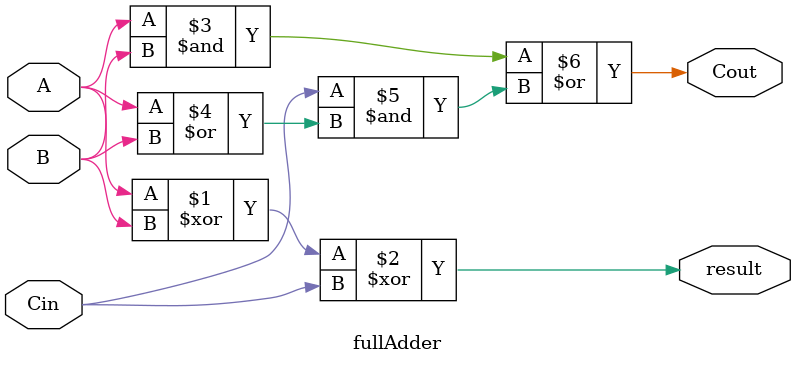
<source format=v>
module Alu_BGE #(
  parameter WIDTH = 24
)(
  input [WIDTH-1:0] left,
  input sinal_left,
  input [WIDTH-1:0] right,
  input sinal_right,
  output [WIDTH-1:0] maior_mantissa,
  output [WIDTH-1:0] menor_mantissa,
  output sinal_resultado,
  output Cout
); 
  wire subtract;
  assign subtract = 1'b1;
  wire [WIDTH:0] C;
  wire [WIDTH-1:0] result;

  genvar i;
  generate
    for (i = 0; i < WIDTH; i = i + 1) begin : fa_inst
      fullAdder FA (
        .A(left[i]),
        .B(right[i] ^ subtract),
        .Cin(C[i]),
        .result(result[i]),
        .Cout(C[i+1])
      );
    end
  endgenerate

  assign maior_mantissa = (result[WIDTH-1])?right:left;
  assign menor_mantissa = (result[WIDTH-1])?left:right;
  assign sinal_resultado =(result[WIDTH-1])?sinal_right:sinal_left;

  assign Cout = C[WIDTH];

endmodule



module fullAdder (
    input A,
    input B,
    input Cin,
    output result,
    output Cout
);

    assign result = A ^ B ^ Cin;
    assign Cout = (A & B) | (Cin & (A | B));
    
endmodule
</source>
